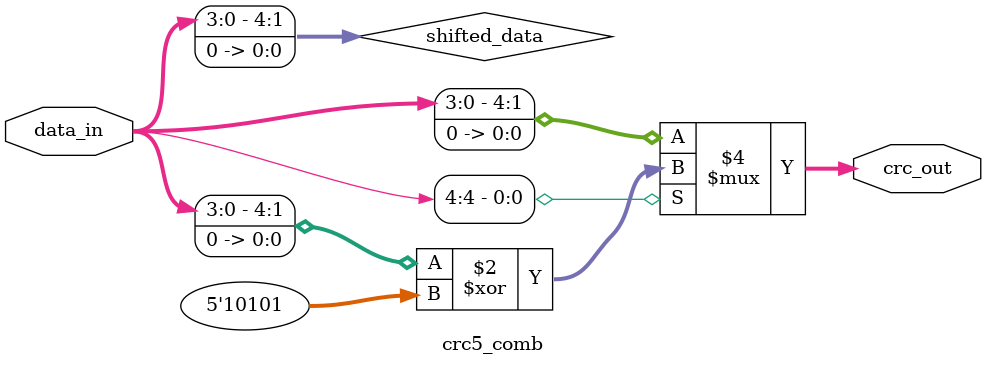
<source format=sv>
module crc5_comb (
    input [4:0] data_in,
    output reg [4:0] crc_out
);
    // 使用桶形移位器结构实现左移1位操作
    wire [4:0] shifted_data;
    assign shifted_data[0] = 1'b0;        // 左移1位后最低位为0
    assign shifted_data[1] = data_in[0];
    assign shifted_data[2] = data_in[1];
    assign shifted_data[3] = data_in[2];
    assign shifted_data[4] = data_in[3];
    
    // 使用if-else结构替代条件运算符
    always @(*) begin
        if (data_in[4]) begin
            crc_out = shifted_data ^ 5'h15;
        end else begin
            crc_out = shifted_data;
        end
    end
endmodule
</source>
